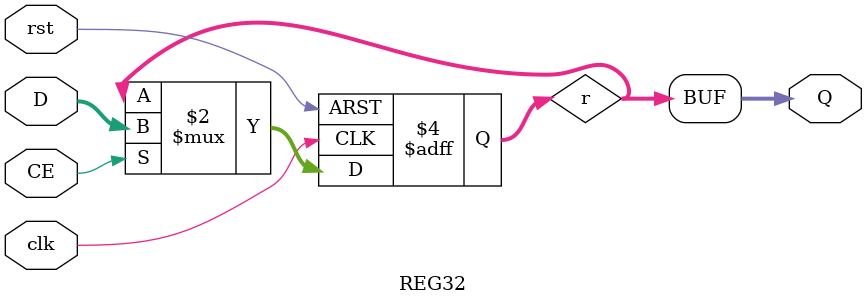
<source format=v>
`timescale 1ns / 1ps
module REG32(input clk, rst, CE,
				 input [31:0]D,
				 output[31:0]Q
   );
	reg [31:0]r;
	assign Q = r;
	always @(posedge clk or posedge rst)begin
		if(rst) r <= 0;
		else if(CE) r <= D;
	end
endmodule

</source>
